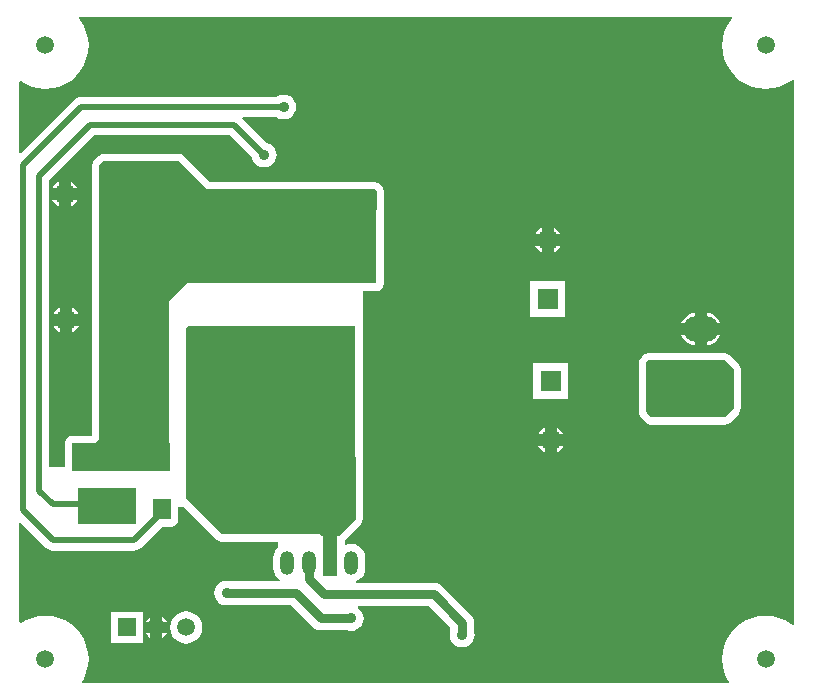
<source format=gbl>
G04*
G04 #@! TF.GenerationSoftware,Altium Limited,Altium Designer,18.1.9 (240)*
G04*
G04 Layer_Physical_Order=2*
G04 Layer_Color=16711680*
%FSLAX25Y25*%
%MOIN*%
G70*
G01*
G75*
%ADD54C,0.01968*%
%ADD55C,0.03150*%
%ADD87C,0.05906*%
%ADD88R,0.05906X0.05906*%
%ADD89C,0.07087*%
%ADD90R,0.07087X0.07087*%
%ADD91O,0.11811X0.08661*%
%ADD92O,0.11811X0.07874*%
%ADD93R,0.07087X0.07087*%
%ADD94O,0.04724X0.07874*%
%ADD95C,0.03500*%
%ADD96R,0.23500X0.94000*%
%ADD97R,0.55500X0.51500*%
%ADD98R,0.87500X0.31000*%
%ADD99R,0.39500X0.23000*%
%ADD100R,0.26500X0.16500*%
%ADD101R,0.32500X0.09500*%
%ADD102R,0.19500X0.12000*%
%ADD103R,0.05000X0.15500*%
%ADD104R,0.06000X0.07000*%
G36*
X240512Y224659D02*
X239953Y224004D01*
X238767Y222068D01*
X237898Y219971D01*
X237368Y217763D01*
X237190Y215500D01*
X237368Y213237D01*
X237898Y211029D01*
X238767Y208932D01*
X239953Y206996D01*
X241427Y205270D01*
X243154Y203795D01*
X245089Y202609D01*
X247187Y201740D01*
X249394Y201210D01*
X251658Y201032D01*
X253921Y201210D01*
X256128Y201740D01*
X258226Y202609D01*
X260161Y203795D01*
X260659Y204220D01*
X261113Y204011D01*
Y22489D01*
X260659Y22280D01*
X260161Y22705D01*
X258226Y23891D01*
X256128Y24760D01*
X253921Y25290D01*
X251658Y25468D01*
X249394Y25290D01*
X247187Y24760D01*
X245089Y23891D01*
X243154Y22705D01*
X241427Y21230D01*
X239953Y19504D01*
X238767Y17568D01*
X237898Y15471D01*
X237368Y13263D01*
X237190Y11000D01*
X237368Y8737D01*
X237898Y6529D01*
X238767Y4432D01*
X239446Y3323D01*
X239202Y2887D01*
X23956D01*
X23712Y3323D01*
X24391Y4432D01*
X25260Y6529D01*
X25790Y8737D01*
X25968Y11000D01*
X25790Y13263D01*
X25260Y15471D01*
X24391Y17568D01*
X23205Y19504D01*
X21730Y21230D01*
X20004Y22705D01*
X18068Y23891D01*
X15971Y24760D01*
X13763Y25290D01*
X11500Y25468D01*
X9237Y25290D01*
X7029Y24760D01*
X4932Y23891D01*
X3387Y22944D01*
X2887Y23224D01*
Y56186D01*
X3349Y56378D01*
X11613Y48113D01*
X12312Y47577D01*
X13126Y47240D01*
X14000Y47125D01*
X41000D01*
X41874Y47240D01*
X42688Y47577D01*
X43387Y48113D01*
X50365Y55092D01*
X53500D01*
X54422Y55275D01*
X55203Y55797D01*
X55725Y56578D01*
X55909Y57500D01*
Y61797D01*
X57797D01*
X68797Y50797D01*
X69578Y50275D01*
X70500Y50091D01*
X89000D01*
Y48044D01*
X88871Y47944D01*
X88113Y46957D01*
X87637Y45808D01*
X87475Y44575D01*
Y41425D01*
X87637Y40192D01*
X88113Y39043D01*
X88871Y38056D01*
X89633Y37471D01*
X89463Y36971D01*
X73159D01*
X73074Y37006D01*
X72000Y37148D01*
X70926Y37006D01*
X69926Y36592D01*
X69067Y35933D01*
X68408Y35074D01*
X67994Y34073D01*
X67852Y33000D01*
X67994Y31927D01*
X68408Y30926D01*
X69067Y30067D01*
X69926Y29408D01*
X70926Y28994D01*
X72000Y28852D01*
X73074Y28994D01*
X73159Y29029D01*
X93355D01*
X100692Y21692D01*
X101514Y21061D01*
X102472Y20664D01*
X103500Y20529D01*
X112341D01*
X112426Y20494D01*
X113500Y20352D01*
X114574Y20494D01*
X115574Y20908D01*
X116433Y21567D01*
X117092Y22426D01*
X117506Y23426D01*
X117648Y24500D01*
X117506Y25574D01*
X117092Y26574D01*
X116433Y27433D01*
X115656Y28029D01*
X115702Y28351D01*
X115790Y28529D01*
X139355D01*
X146529Y21355D01*
Y20159D01*
X146494Y20074D01*
X146352Y19000D01*
X146494Y17927D01*
X146908Y16926D01*
X147567Y16067D01*
X148426Y15408D01*
X149426Y14994D01*
X150500Y14852D01*
X151574Y14994D01*
X152574Y15408D01*
X153433Y16067D01*
X154092Y16926D01*
X154506Y17927D01*
X154648Y19000D01*
X154506Y20074D01*
X154471Y20159D01*
Y23000D01*
X154336Y24028D01*
X153939Y24985D01*
X153308Y25808D01*
X143808Y35308D01*
X142985Y35939D01*
X142028Y36336D01*
X141000Y36471D01*
X115191D01*
X115092Y36971D01*
X115883Y37298D01*
X116869Y38056D01*
X117627Y39043D01*
X118103Y40192D01*
X118265Y41425D01*
Y44575D01*
X118103Y45808D01*
X117627Y46957D01*
X116869Y47944D01*
X115883Y48702D01*
X114733Y49178D01*
X113500Y49340D01*
X112267Y49178D01*
X111824Y48994D01*
X111408Y49272D01*
Y50502D01*
X116703Y55797D01*
X117225Y56578D01*
X117409Y57500D01*
X117409Y70500D01*
X117409Y70500D01*
Y122000D01*
X117346Y122313D01*
X117500Y122500D01*
X117500D01*
X117500Y133591D01*
X122000D01*
X122922Y133775D01*
X123703Y134297D01*
X124225Y135078D01*
X124408Y136000D01*
Y167000D01*
X124225Y167922D01*
X123703Y168703D01*
X123203Y169203D01*
X122422Y169725D01*
X121500Y169908D01*
X66498D01*
X57703Y178703D01*
X56922Y179225D01*
X56000Y179409D01*
X31000D01*
X30078Y179225D01*
X29297Y178703D01*
X27797Y177203D01*
X27275Y176422D01*
X27092Y175500D01*
Y172500D01*
Y85498D01*
X27002Y85409D01*
X20500D01*
X19578Y85225D01*
X18797Y84703D01*
X18275Y83922D01*
X18091Y83000D01*
Y75000D01*
X12875D01*
Y170602D01*
X27898Y185625D01*
X73102D01*
X80252Y178475D01*
X80292Y178411D01*
X80452Y178243D01*
X80494Y177927D01*
X80908Y176926D01*
X81567Y176067D01*
X82426Y175408D01*
X83426Y174994D01*
X84500Y174852D01*
X85574Y174994D01*
X86574Y175408D01*
X87433Y176067D01*
X88092Y176926D01*
X88506Y177927D01*
X88648Y179000D01*
X88506Y180073D01*
X88092Y181074D01*
X87433Y181933D01*
X86574Y182592D01*
X85574Y183006D01*
X85261Y183047D01*
X85199Y183101D01*
X85112Y183186D01*
X85043Y183231D01*
X77149Y191125D01*
X77356Y191625D01*
X88367D01*
X88441Y191608D01*
X88673Y191602D01*
X88926Y191408D01*
X89926Y190994D01*
X91000Y190852D01*
X92074Y190994D01*
X93074Y191408D01*
X93933Y192067D01*
X94592Y192926D01*
X95006Y193927D01*
X95148Y195000D01*
X95006Y196073D01*
X94592Y197074D01*
X93933Y197933D01*
X93074Y198592D01*
X92074Y199006D01*
X91000Y199148D01*
X89926Y199006D01*
X88926Y198592D01*
X88676Y198400D01*
X88594Y198394D01*
X88473Y198393D01*
X88392Y198375D01*
X23500D01*
X22626Y198260D01*
X21812Y197923D01*
X21113Y197387D01*
X3349Y179622D01*
X2887Y179814D01*
Y203276D01*
X3387Y203556D01*
X4932Y202609D01*
X7029Y201740D01*
X9237Y201210D01*
X11500Y201032D01*
X13763Y201210D01*
X15971Y201740D01*
X18068Y202609D01*
X20004Y203795D01*
X21730Y205270D01*
X23205Y206996D01*
X24391Y208932D01*
X25260Y211029D01*
X25790Y213237D01*
X25968Y215500D01*
X25790Y217763D01*
X25260Y219971D01*
X24391Y222068D01*
X23205Y224004D01*
X22645Y224659D01*
X22855Y225113D01*
X80500Y225113D01*
X240303D01*
X240512Y224659D01*
D02*
G37*
G36*
X89750Y193775D02*
X89695Y193821D01*
X89625Y193862D01*
X89539Y193898D01*
X89437Y193929D01*
X89320Y193956D01*
X89188Y193977D01*
X88876Y194006D01*
X88503Y194016D01*
Y195984D01*
X88697Y195987D01*
X89188Y196023D01*
X89320Y196044D01*
X89437Y196071D01*
X89539Y196102D01*
X89625Y196138D01*
X89695Y196179D01*
X89750Y196225D01*
Y193775D01*
D02*
G37*
G36*
X83570Y181326D02*
X83942Y181005D01*
X84051Y180926D01*
X84152Y180862D01*
X84246Y180813D01*
X84333Y180777D01*
X84411Y180756D01*
X84483Y180750D01*
X82750Y179017D01*
X82744Y179089D01*
X82723Y179167D01*
X82687Y179254D01*
X82638Y179348D01*
X82574Y179449D01*
X82495Y179558D01*
X82296Y179799D01*
X82038Y180070D01*
X83430Y181462D01*
X83570Y181326D01*
D02*
G37*
G36*
X65500Y167500D02*
X121500D01*
X122000Y167000D01*
Y160500D01*
X50000D01*
X48000Y162500D01*
X49000Y163500D01*
Y169500D01*
X29500Y172500D01*
Y175500D01*
X31000Y177000D01*
X56000D01*
X65500Y167500D01*
D02*
G37*
G36*
X65250Y142750D02*
X51000Y128500D01*
X48000Y128500D01*
X39500Y138000D01*
X52500Y151000D01*
X57000D01*
X65250Y142750D01*
D02*
G37*
G36*
X33000Y84000D02*
X33500Y83500D01*
X31000Y81000D01*
X26000D01*
X31000Y86000D01*
X33000D01*
Y84000D01*
D02*
G37*
G36*
X29577Y60538D02*
X29553Y60724D01*
X29484Y60890D01*
X29367Y61036D01*
X29205Y61164D01*
X28995Y61271D01*
X28740Y61359D01*
X28437Y61428D01*
X28089Y61477D01*
X27693Y61506D01*
X27252Y61516D01*
Y63484D01*
X27693Y63494D01*
X28437Y63572D01*
X28740Y63641D01*
X28995Y63729D01*
X29205Y63836D01*
X29367Y63964D01*
X29484Y64110D01*
X29553Y64276D01*
X29577Y64462D01*
Y60538D01*
D02*
G37*
G36*
X71500Y81000D02*
X70926Y80427D01*
Y73000D01*
X77000D01*
X79500Y75500D01*
X80500Y74500D01*
Y52500D01*
X70500D01*
X59500Y63500D01*
Y63625D01*
X58354Y64771D01*
Y121354D01*
X59000Y122000D01*
X60500D01*
X71500Y81000D01*
D02*
G37*
G36*
X115000Y57500D02*
X109500Y52000D01*
X103500D01*
X94635Y60865D01*
X115000Y78320D01*
X115000Y57500D01*
D02*
G37*
%LPC*%
G36*
X19969Y170102D02*
Y167968D01*
X22102D01*
X21969Y168291D01*
X21240Y169240D01*
X20291Y169969D01*
X19969Y170102D01*
D02*
G37*
G36*
X16032D02*
X15709Y169969D01*
X14760Y169240D01*
X14031Y168291D01*
X13898Y167968D01*
X16032D01*
Y170102D01*
D02*
G37*
G36*
X22102Y164032D02*
X19969D01*
Y161898D01*
X20291Y162031D01*
X21240Y162760D01*
X21969Y163709D01*
X22102Y164032D01*
D02*
G37*
G36*
X16032D02*
X13898D01*
X14031Y163709D01*
X14760Y162760D01*
X15709Y162031D01*
X16032Y161898D01*
Y164032D01*
D02*
G37*
G36*
X180968Y154787D02*
Y152654D01*
X183102D01*
X182969Y152976D01*
X182240Y153925D01*
X181291Y154654D01*
X180968Y154787D01*
D02*
G37*
G36*
X177032D02*
X176709Y154654D01*
X175760Y153925D01*
X175031Y152976D01*
X174898Y152654D01*
X177032D01*
Y154787D01*
D02*
G37*
G36*
X183102Y148716D02*
X180968D01*
Y146583D01*
X181291Y146716D01*
X182240Y147445D01*
X182969Y148394D01*
X183102Y148716D01*
D02*
G37*
G36*
X177032D02*
X174898D01*
X175031Y148394D01*
X175760Y147445D01*
X176709Y146716D01*
X177032Y146583D01*
Y148716D01*
D02*
G37*
G36*
X20469Y128102D02*
Y125969D01*
X22602D01*
X22469Y126291D01*
X21740Y127240D01*
X20791Y127969D01*
X20469Y128102D01*
D02*
G37*
G36*
X16532D02*
X16209Y127969D01*
X15260Y127240D01*
X14531Y126291D01*
X14398Y125969D01*
X16532D01*
Y128102D01*
D02*
G37*
G36*
X184906Y136906D02*
X173094D01*
Y125094D01*
X184906D01*
Y136906D01*
D02*
G37*
G36*
X231968Y126325D02*
Y122968D01*
X236529D01*
X236231Y123688D01*
X235377Y124802D01*
X234263Y125656D01*
X232966Y126193D01*
X231968Y126325D01*
D02*
G37*
G36*
X228031D02*
X227034Y126193D01*
X225737Y125656D01*
X224623Y124802D01*
X223769Y123688D01*
X223471Y122968D01*
X228031D01*
Y126325D01*
D02*
G37*
G36*
X22602Y122031D02*
X20469D01*
Y119898D01*
X20791Y120031D01*
X21740Y120760D01*
X22469Y121709D01*
X22602Y122031D01*
D02*
G37*
G36*
X16532D02*
X14398D01*
X14531Y121709D01*
X15260Y120760D01*
X16209Y120031D01*
X16532Y119898D01*
Y122031D01*
D02*
G37*
G36*
X236529Y119032D02*
X231968D01*
Y115675D01*
X232966Y115806D01*
X234263Y116344D01*
X235377Y117198D01*
X236231Y118312D01*
X236529Y119032D01*
D02*
G37*
G36*
X228031D02*
X223471D01*
X223769Y118312D01*
X224623Y117198D01*
X225737Y116344D01*
X227034Y115806D01*
X228031Y115675D01*
Y119032D01*
D02*
G37*
G36*
X185906Y109590D02*
X174094D01*
Y97780D01*
X185906D01*
Y109590D01*
D02*
G37*
G36*
X238000Y112908D02*
X212500D01*
X211578Y112725D01*
X210797Y112203D01*
X210297Y111703D01*
X209775Y110922D01*
X209592Y110000D01*
Y93500D01*
Y93000D01*
X209775Y92078D01*
X210297Y91297D01*
X211797Y89797D01*
X212578Y89275D01*
X213500Y89091D01*
X238000D01*
X238922Y89275D01*
X239703Y89797D01*
X242703Y92797D01*
X243225Y93578D01*
X243408Y94500D01*
Y107500D01*
X243225Y108422D01*
X242703Y109203D01*
X239703Y112203D01*
X238922Y112725D01*
X238000Y112908D01*
D02*
G37*
G36*
X181968Y88102D02*
Y85969D01*
X184102D01*
X183969Y86291D01*
X183240Y87240D01*
X182291Y87969D01*
X181968Y88102D01*
D02*
G37*
G36*
X178032D02*
X177709Y87969D01*
X176760Y87240D01*
X176031Y86291D01*
X175898Y85969D01*
X178032D01*
Y88102D01*
D02*
G37*
G36*
X184102Y82032D02*
X181968D01*
Y79898D01*
X182291Y80031D01*
X183240Y80760D01*
X183969Y81709D01*
X184102Y82032D01*
D02*
G37*
G36*
X178032D02*
X175898D01*
X176031Y81709D01*
X176760Y80760D01*
X177709Y80031D01*
X178032Y79898D01*
Y82032D01*
D02*
G37*
G36*
X50468Y24963D02*
Y23469D01*
X51963D01*
X51953Y23493D01*
X51319Y24319D01*
X50493Y24953D01*
X50468Y24963D01*
D02*
G37*
G36*
X46532D02*
X46507Y24953D01*
X45681Y24319D01*
X45047Y23493D01*
X45037Y23469D01*
X46532D01*
Y24963D01*
D02*
G37*
G36*
X51963Y19532D02*
X50468D01*
Y18037D01*
X50493Y18047D01*
X51319Y18681D01*
X51953Y19507D01*
X51963Y19532D01*
D02*
G37*
G36*
X46532D02*
X45037D01*
X45047Y19507D01*
X45681Y18681D01*
X46507Y18047D01*
X46532Y18037D01*
Y19532D01*
D02*
G37*
G36*
X43972Y26815D02*
X33342D01*
Y16185D01*
X43972D01*
Y26815D01*
D02*
G37*
G36*
X58500Y26861D02*
X57112Y26678D01*
X55820Y26143D01*
X54709Y25291D01*
X53857Y24180D01*
X53322Y22887D01*
X53139Y21500D01*
X53322Y20112D01*
X53857Y18820D01*
X54709Y17709D01*
X55820Y16857D01*
X57112Y16322D01*
X58500Y16139D01*
X59887Y16322D01*
X61180Y16857D01*
X62291Y17709D01*
X63143Y18820D01*
X63678Y20112D01*
X63861Y21500D01*
X63678Y22887D01*
X63143Y24180D01*
X62291Y25291D01*
X61180Y26143D01*
X59887Y26678D01*
X58500Y26861D01*
D02*
G37*
%LPD*%
G36*
X241000Y107500D02*
Y94500D01*
X238000Y91500D01*
X213500D01*
X212000Y93000D01*
Y110000D01*
X212500Y110500D01*
X238000D01*
X241000Y107500D01*
D02*
G37*
D54*
X14000Y62500D02*
X35000D01*
X74500Y189000D02*
X84500Y179000D01*
X26500Y189000D02*
X74500D01*
X9500Y172000D02*
X26500Y189000D01*
X23500Y195000D02*
X91000D01*
X4000Y175500D02*
X23500Y195000D01*
X9500Y67000D02*
X14000Y62500D01*
X9500Y67000D02*
Y172000D01*
X14000Y50500D02*
X41000D01*
X4000Y60500D02*
X14000Y50500D01*
X4000Y175500D02*
X4000Y60500D01*
X41000Y50500D02*
X50000Y59500D01*
Y61500D01*
D55*
X103500Y24500D02*
X113500D01*
X95000Y33000D02*
X103500Y24500D01*
X72000Y33000D02*
X95000D01*
X104500Y32500D02*
X141000D01*
X150500Y23000D01*
Y19000D02*
Y23000D01*
X99327Y37673D02*
X104500Y32500D01*
X99327Y37673D02*
Y43000D01*
D87*
X58500Y21500D02*
D03*
X48500D02*
D03*
X251658Y215500D02*
D03*
Y11000D02*
D03*
X11500D02*
D03*
Y215500D02*
D03*
D88*
X38658Y21500D02*
D03*
D89*
X180000Y84000D02*
D03*
X179000Y150685D02*
D03*
X18000Y166000D02*
D03*
X18500Y124000D02*
D03*
D90*
X180000Y103685D02*
D03*
X179000Y131000D02*
D03*
D91*
X35000Y78500D02*
D03*
Y62500D02*
D03*
X230000Y105000D02*
D03*
Y121000D02*
D03*
D92*
X105000Y150000D02*
D03*
Y110500D02*
D03*
D93*
X37685Y166000D02*
D03*
X38185Y124000D02*
D03*
D94*
X120587Y43000D02*
D03*
X113500D02*
D03*
X106413D02*
D03*
X99327D02*
D03*
X92240D02*
D03*
D95*
X74000Y11000D02*
D03*
Y18605D02*
D03*
X68000Y11000D02*
D03*
X68500Y18605D02*
D03*
X74000Y25000D02*
D03*
X68500D02*
D03*
X56750Y34250D02*
D03*
X51000Y36750D02*
D03*
X48297Y42500D02*
D03*
X34000Y9000D02*
D03*
X110727Y174500D02*
D03*
X222500Y181500D02*
D03*
X211668Y180713D02*
D03*
X114000Y171500D02*
D03*
X198963Y180713D02*
D03*
X121000Y59000D02*
D03*
X106500Y58500D02*
D03*
X131500Y63078D02*
D03*
X125775Y63500D02*
D03*
X140500Y96250D02*
D03*
X134250Y98000D02*
D03*
X127000Y98114D02*
D03*
X141097Y105000D02*
D03*
X134500Y105500D02*
D03*
X127000Y105000D02*
D03*
X147500Y156500D02*
D03*
X138500D02*
D03*
X129500D02*
D03*
X254000Y42000D02*
D03*
X244000D02*
D03*
X226000Y16000D02*
D03*
X217500Y15797D02*
D03*
X247500Y188000D02*
D03*
X247187Y196000D02*
D03*
X223500Y211500D02*
D03*
Y221000D02*
D03*
X40500Y213000D02*
D03*
Y220500D02*
D03*
X254500Y32000D02*
D03*
X244500D02*
D03*
X230500Y212500D02*
D03*
Y221000D02*
D03*
X254500Y188000D02*
D03*
Y196000D02*
D03*
X31000Y212500D02*
D03*
Y220500D02*
D03*
X17500Y197500D02*
D03*
X11500D02*
D03*
X6500Y28500D02*
D03*
Y34500D02*
D03*
X226500Y7000D02*
D03*
X218000D02*
D03*
X28500Y9000D02*
D03*
X78000Y151000D02*
D03*
Y158000D02*
D03*
Y164500D02*
D03*
X66000Y151000D02*
D03*
X66104Y158000D02*
D03*
Y164032D02*
D03*
X25790Y59113D02*
D03*
X26000Y65165D02*
D03*
Y75748D02*
D03*
Y81000D02*
D03*
X63500Y45000D02*
D03*
X59750Y48559D02*
D03*
X56500Y52250D02*
D03*
X222500Y115500D02*
D03*
X237000Y129000D02*
D03*
X222000Y127750D02*
D03*
X122591Y55000D02*
D03*
X121500Y51000D02*
D03*
X88250Y62363D02*
D03*
X109500Y55000D02*
D03*
X104100D02*
D03*
X106413Y50275D02*
D03*
X87000Y67910D02*
D03*
X77500Y68089D02*
D03*
X76500Y62363D02*
D03*
X66104Y62157D02*
D03*
X70000Y68089D02*
D03*
X62500D02*
D03*
X61500Y107500D02*
D03*
Y93500D02*
D03*
Y101000D02*
D03*
X76000Y94000D02*
D03*
Y101000D02*
D03*
Y107000D02*
D03*
X90500Y100000D02*
D03*
Y106500D02*
D03*
X31500Y123703D02*
D03*
X38791Y173000D02*
D03*
X33612D02*
D03*
X40500Y148000D02*
D03*
X33250Y147500D02*
D03*
X40000Y154500D02*
D03*
X38791Y111500D02*
D03*
X32500D02*
D03*
X40000Y131500D02*
D03*
X33612D02*
D03*
X33250Y154500D02*
D03*
X230000Y114500D02*
D03*
X219000Y120500D02*
D03*
X229500Y129500D02*
D03*
X238922Y99500D02*
D03*
X238767Y105500D02*
D03*
X221342Y102625D02*
D03*
X221500Y108000D02*
D03*
X233000Y97000D02*
D03*
X227000D02*
D03*
X221500D02*
D03*
X242500Y121000D02*
D03*
X190909Y85000D02*
D03*
X188500Y79000D02*
D03*
X180500Y75748D02*
D03*
X185500Y157000D02*
D03*
X178032Y158000D02*
D03*
X171500Y155500D02*
D03*
X170500Y150500D02*
D03*
X22000Y130500D02*
D03*
X20291Y134500D02*
D03*
X21000Y110500D02*
D03*
X20291Y116500D02*
D03*
X15260Y110500D02*
D03*
X15000Y116500D02*
D03*
X15709Y132500D02*
D03*
X14760Y159500D02*
D03*
X18797Y173500D02*
D03*
X18500Y156500D02*
D03*
X108500Y163500D02*
D03*
X102000Y163709D02*
D03*
X94592Y163500D02*
D03*
X109000Y157500D02*
D03*
X102000D02*
D03*
X95000D02*
D03*
X110500Y90000D02*
D03*
X103500D02*
D03*
X110500Y82700D02*
D03*
X103500D02*
D03*
Y75500D02*
D03*
X110588D02*
D03*
X95500D02*
D03*
Y82700D02*
D03*
Y90000D02*
D03*
X72000Y33000D02*
D03*
X113500Y24500D02*
D03*
X150500Y19000D02*
D03*
X84500Y179000D02*
D03*
X91000Y195000D02*
D03*
X50000Y61500D02*
D03*
D96*
X41250Y125500D02*
D03*
D97*
X87250Y96250D02*
D03*
D98*
X78250Y151500D02*
D03*
D99*
X90250Y64000D02*
D03*
D100*
X225250Y101750D02*
D03*
D101*
X36750Y78250D02*
D03*
D102*
X32250Y62000D02*
D03*
D103*
X106500Y46250D02*
D03*
D104*
X50500Y61000D02*
D03*
M02*

</source>
